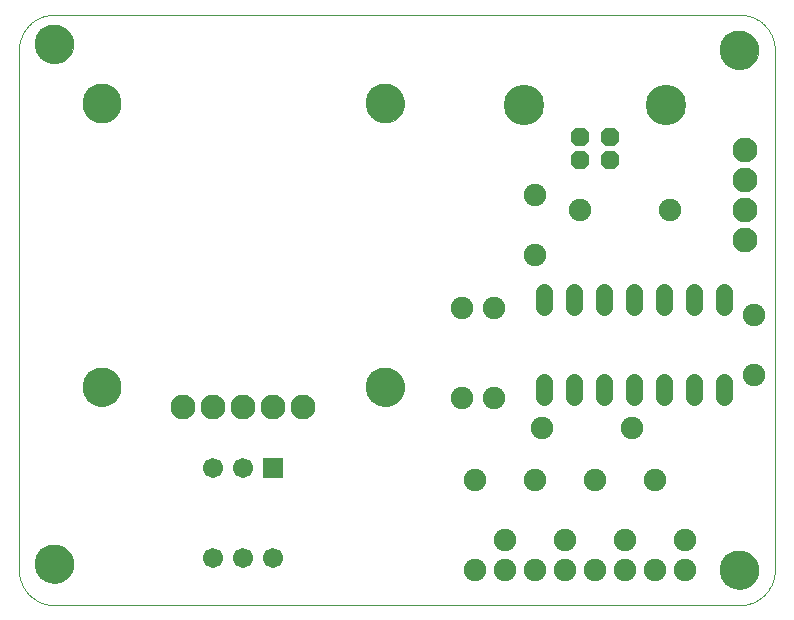
<source format=gbs>
G75*
%MOIN*%
%OFA0B0*%
%FSLAX25Y25*%
%IPPOS*%
%LPD*%
%AMOC8*
5,1,8,0,0,1.08239X$1,22.5*
%
%ADD10C,0.00000*%
%ADD11C,0.12998*%
%ADD12C,0.07487*%
%ADD13C,0.05600*%
%ADD14OC8,0.06140*%
%ADD15C,0.13455*%
%ADD16C,0.08274*%
%ADD17R,0.06699X0.06699*%
%ADD18C,0.06699*%
D10*
X0015606Y0017535D02*
X0015606Y0190764D01*
X0015609Y0191049D01*
X0015620Y0191335D01*
X0015637Y0191620D01*
X0015661Y0191904D01*
X0015692Y0192188D01*
X0015730Y0192471D01*
X0015775Y0192752D01*
X0015826Y0193033D01*
X0015884Y0193313D01*
X0015949Y0193591D01*
X0016021Y0193867D01*
X0016099Y0194141D01*
X0016184Y0194414D01*
X0016276Y0194684D01*
X0016374Y0194952D01*
X0016478Y0195218D01*
X0016589Y0195481D01*
X0016706Y0195741D01*
X0016829Y0195999D01*
X0016959Y0196253D01*
X0017095Y0196504D01*
X0017236Y0196752D01*
X0017384Y0196996D01*
X0017537Y0197237D01*
X0017697Y0197473D01*
X0017862Y0197706D01*
X0018032Y0197935D01*
X0018208Y0198160D01*
X0018390Y0198380D01*
X0018576Y0198596D01*
X0018768Y0198807D01*
X0018965Y0199014D01*
X0019167Y0199216D01*
X0019374Y0199413D01*
X0019585Y0199605D01*
X0019801Y0199791D01*
X0020021Y0199973D01*
X0020246Y0200149D01*
X0020475Y0200319D01*
X0020708Y0200484D01*
X0020944Y0200644D01*
X0021185Y0200797D01*
X0021429Y0200945D01*
X0021677Y0201086D01*
X0021928Y0201222D01*
X0022182Y0201352D01*
X0022440Y0201475D01*
X0022700Y0201592D01*
X0022963Y0201703D01*
X0023229Y0201807D01*
X0023497Y0201905D01*
X0023767Y0201997D01*
X0024040Y0202082D01*
X0024314Y0202160D01*
X0024590Y0202232D01*
X0024868Y0202297D01*
X0025148Y0202355D01*
X0025429Y0202406D01*
X0025710Y0202451D01*
X0025993Y0202489D01*
X0026277Y0202520D01*
X0026561Y0202544D01*
X0026846Y0202561D01*
X0027132Y0202572D01*
X0027417Y0202575D01*
X0255764Y0202575D01*
X0249465Y0190764D02*
X0249467Y0190922D01*
X0249473Y0191080D01*
X0249483Y0191238D01*
X0249497Y0191396D01*
X0249515Y0191553D01*
X0249536Y0191710D01*
X0249562Y0191866D01*
X0249592Y0192022D01*
X0249625Y0192177D01*
X0249663Y0192330D01*
X0249704Y0192483D01*
X0249749Y0192635D01*
X0249798Y0192786D01*
X0249851Y0192935D01*
X0249907Y0193083D01*
X0249967Y0193229D01*
X0250031Y0193374D01*
X0250099Y0193517D01*
X0250170Y0193659D01*
X0250244Y0193799D01*
X0250322Y0193936D01*
X0250404Y0194072D01*
X0250488Y0194206D01*
X0250577Y0194337D01*
X0250668Y0194466D01*
X0250763Y0194593D01*
X0250860Y0194718D01*
X0250961Y0194840D01*
X0251065Y0194959D01*
X0251172Y0195076D01*
X0251282Y0195190D01*
X0251395Y0195301D01*
X0251510Y0195410D01*
X0251628Y0195515D01*
X0251749Y0195617D01*
X0251872Y0195717D01*
X0251998Y0195813D01*
X0252126Y0195906D01*
X0252256Y0195996D01*
X0252389Y0196082D01*
X0252524Y0196166D01*
X0252660Y0196245D01*
X0252799Y0196322D01*
X0252940Y0196394D01*
X0253082Y0196464D01*
X0253226Y0196529D01*
X0253372Y0196591D01*
X0253519Y0196649D01*
X0253668Y0196704D01*
X0253818Y0196755D01*
X0253969Y0196802D01*
X0254121Y0196845D01*
X0254274Y0196884D01*
X0254429Y0196920D01*
X0254584Y0196951D01*
X0254740Y0196979D01*
X0254896Y0197003D01*
X0255053Y0197023D01*
X0255211Y0197039D01*
X0255368Y0197051D01*
X0255527Y0197059D01*
X0255685Y0197063D01*
X0255843Y0197063D01*
X0256001Y0197059D01*
X0256160Y0197051D01*
X0256317Y0197039D01*
X0256475Y0197023D01*
X0256632Y0197003D01*
X0256788Y0196979D01*
X0256944Y0196951D01*
X0257099Y0196920D01*
X0257254Y0196884D01*
X0257407Y0196845D01*
X0257559Y0196802D01*
X0257710Y0196755D01*
X0257860Y0196704D01*
X0258009Y0196649D01*
X0258156Y0196591D01*
X0258302Y0196529D01*
X0258446Y0196464D01*
X0258588Y0196394D01*
X0258729Y0196322D01*
X0258868Y0196245D01*
X0259004Y0196166D01*
X0259139Y0196082D01*
X0259272Y0195996D01*
X0259402Y0195906D01*
X0259530Y0195813D01*
X0259656Y0195717D01*
X0259779Y0195617D01*
X0259900Y0195515D01*
X0260018Y0195410D01*
X0260133Y0195301D01*
X0260246Y0195190D01*
X0260356Y0195076D01*
X0260463Y0194959D01*
X0260567Y0194840D01*
X0260668Y0194718D01*
X0260765Y0194593D01*
X0260860Y0194466D01*
X0260951Y0194337D01*
X0261040Y0194206D01*
X0261124Y0194072D01*
X0261206Y0193936D01*
X0261284Y0193799D01*
X0261358Y0193659D01*
X0261429Y0193517D01*
X0261497Y0193374D01*
X0261561Y0193229D01*
X0261621Y0193083D01*
X0261677Y0192935D01*
X0261730Y0192786D01*
X0261779Y0192635D01*
X0261824Y0192483D01*
X0261865Y0192330D01*
X0261903Y0192177D01*
X0261936Y0192022D01*
X0261966Y0191866D01*
X0261992Y0191710D01*
X0262013Y0191553D01*
X0262031Y0191396D01*
X0262045Y0191238D01*
X0262055Y0191080D01*
X0262061Y0190922D01*
X0262063Y0190764D01*
X0262061Y0190606D01*
X0262055Y0190448D01*
X0262045Y0190290D01*
X0262031Y0190132D01*
X0262013Y0189975D01*
X0261992Y0189818D01*
X0261966Y0189662D01*
X0261936Y0189506D01*
X0261903Y0189351D01*
X0261865Y0189198D01*
X0261824Y0189045D01*
X0261779Y0188893D01*
X0261730Y0188742D01*
X0261677Y0188593D01*
X0261621Y0188445D01*
X0261561Y0188299D01*
X0261497Y0188154D01*
X0261429Y0188011D01*
X0261358Y0187869D01*
X0261284Y0187729D01*
X0261206Y0187592D01*
X0261124Y0187456D01*
X0261040Y0187322D01*
X0260951Y0187191D01*
X0260860Y0187062D01*
X0260765Y0186935D01*
X0260668Y0186810D01*
X0260567Y0186688D01*
X0260463Y0186569D01*
X0260356Y0186452D01*
X0260246Y0186338D01*
X0260133Y0186227D01*
X0260018Y0186118D01*
X0259900Y0186013D01*
X0259779Y0185911D01*
X0259656Y0185811D01*
X0259530Y0185715D01*
X0259402Y0185622D01*
X0259272Y0185532D01*
X0259139Y0185446D01*
X0259004Y0185362D01*
X0258868Y0185283D01*
X0258729Y0185206D01*
X0258588Y0185134D01*
X0258446Y0185064D01*
X0258302Y0184999D01*
X0258156Y0184937D01*
X0258009Y0184879D01*
X0257860Y0184824D01*
X0257710Y0184773D01*
X0257559Y0184726D01*
X0257407Y0184683D01*
X0257254Y0184644D01*
X0257099Y0184608D01*
X0256944Y0184577D01*
X0256788Y0184549D01*
X0256632Y0184525D01*
X0256475Y0184505D01*
X0256317Y0184489D01*
X0256160Y0184477D01*
X0256001Y0184469D01*
X0255843Y0184465D01*
X0255685Y0184465D01*
X0255527Y0184469D01*
X0255368Y0184477D01*
X0255211Y0184489D01*
X0255053Y0184505D01*
X0254896Y0184525D01*
X0254740Y0184549D01*
X0254584Y0184577D01*
X0254429Y0184608D01*
X0254274Y0184644D01*
X0254121Y0184683D01*
X0253969Y0184726D01*
X0253818Y0184773D01*
X0253668Y0184824D01*
X0253519Y0184879D01*
X0253372Y0184937D01*
X0253226Y0184999D01*
X0253082Y0185064D01*
X0252940Y0185134D01*
X0252799Y0185206D01*
X0252660Y0185283D01*
X0252524Y0185362D01*
X0252389Y0185446D01*
X0252256Y0185532D01*
X0252126Y0185622D01*
X0251998Y0185715D01*
X0251872Y0185811D01*
X0251749Y0185911D01*
X0251628Y0186013D01*
X0251510Y0186118D01*
X0251395Y0186227D01*
X0251282Y0186338D01*
X0251172Y0186452D01*
X0251065Y0186569D01*
X0250961Y0186688D01*
X0250860Y0186810D01*
X0250763Y0186935D01*
X0250668Y0187062D01*
X0250577Y0187191D01*
X0250488Y0187322D01*
X0250404Y0187456D01*
X0250322Y0187592D01*
X0250244Y0187729D01*
X0250170Y0187869D01*
X0250099Y0188011D01*
X0250031Y0188154D01*
X0249967Y0188299D01*
X0249907Y0188445D01*
X0249851Y0188593D01*
X0249798Y0188742D01*
X0249749Y0188893D01*
X0249704Y0189045D01*
X0249663Y0189198D01*
X0249625Y0189351D01*
X0249592Y0189506D01*
X0249562Y0189662D01*
X0249536Y0189818D01*
X0249515Y0189975D01*
X0249497Y0190132D01*
X0249483Y0190290D01*
X0249473Y0190448D01*
X0249467Y0190606D01*
X0249465Y0190764D01*
X0255764Y0202575D02*
X0256049Y0202572D01*
X0256335Y0202561D01*
X0256620Y0202544D01*
X0256904Y0202520D01*
X0257188Y0202489D01*
X0257471Y0202451D01*
X0257752Y0202406D01*
X0258033Y0202355D01*
X0258313Y0202297D01*
X0258591Y0202232D01*
X0258867Y0202160D01*
X0259141Y0202082D01*
X0259414Y0201997D01*
X0259684Y0201905D01*
X0259952Y0201807D01*
X0260218Y0201703D01*
X0260481Y0201592D01*
X0260741Y0201475D01*
X0260999Y0201352D01*
X0261253Y0201222D01*
X0261504Y0201086D01*
X0261752Y0200945D01*
X0261996Y0200797D01*
X0262237Y0200644D01*
X0262473Y0200484D01*
X0262706Y0200319D01*
X0262935Y0200149D01*
X0263160Y0199973D01*
X0263380Y0199791D01*
X0263596Y0199605D01*
X0263807Y0199413D01*
X0264014Y0199216D01*
X0264216Y0199014D01*
X0264413Y0198807D01*
X0264605Y0198596D01*
X0264791Y0198380D01*
X0264973Y0198160D01*
X0265149Y0197935D01*
X0265319Y0197706D01*
X0265484Y0197473D01*
X0265644Y0197237D01*
X0265797Y0196996D01*
X0265945Y0196752D01*
X0266086Y0196504D01*
X0266222Y0196253D01*
X0266352Y0195999D01*
X0266475Y0195741D01*
X0266592Y0195481D01*
X0266703Y0195218D01*
X0266807Y0194952D01*
X0266905Y0194684D01*
X0266997Y0194414D01*
X0267082Y0194141D01*
X0267160Y0193867D01*
X0267232Y0193591D01*
X0267297Y0193313D01*
X0267355Y0193033D01*
X0267406Y0192752D01*
X0267451Y0192471D01*
X0267489Y0192188D01*
X0267520Y0191904D01*
X0267544Y0191620D01*
X0267561Y0191335D01*
X0267572Y0191049D01*
X0267575Y0190764D01*
X0267575Y0017535D01*
X0249465Y0017535D02*
X0249467Y0017693D01*
X0249473Y0017851D01*
X0249483Y0018009D01*
X0249497Y0018167D01*
X0249515Y0018324D01*
X0249536Y0018481D01*
X0249562Y0018637D01*
X0249592Y0018793D01*
X0249625Y0018948D01*
X0249663Y0019101D01*
X0249704Y0019254D01*
X0249749Y0019406D01*
X0249798Y0019557D01*
X0249851Y0019706D01*
X0249907Y0019854D01*
X0249967Y0020000D01*
X0250031Y0020145D01*
X0250099Y0020288D01*
X0250170Y0020430D01*
X0250244Y0020570D01*
X0250322Y0020707D01*
X0250404Y0020843D01*
X0250488Y0020977D01*
X0250577Y0021108D01*
X0250668Y0021237D01*
X0250763Y0021364D01*
X0250860Y0021489D01*
X0250961Y0021611D01*
X0251065Y0021730D01*
X0251172Y0021847D01*
X0251282Y0021961D01*
X0251395Y0022072D01*
X0251510Y0022181D01*
X0251628Y0022286D01*
X0251749Y0022388D01*
X0251872Y0022488D01*
X0251998Y0022584D01*
X0252126Y0022677D01*
X0252256Y0022767D01*
X0252389Y0022853D01*
X0252524Y0022937D01*
X0252660Y0023016D01*
X0252799Y0023093D01*
X0252940Y0023165D01*
X0253082Y0023235D01*
X0253226Y0023300D01*
X0253372Y0023362D01*
X0253519Y0023420D01*
X0253668Y0023475D01*
X0253818Y0023526D01*
X0253969Y0023573D01*
X0254121Y0023616D01*
X0254274Y0023655D01*
X0254429Y0023691D01*
X0254584Y0023722D01*
X0254740Y0023750D01*
X0254896Y0023774D01*
X0255053Y0023794D01*
X0255211Y0023810D01*
X0255368Y0023822D01*
X0255527Y0023830D01*
X0255685Y0023834D01*
X0255843Y0023834D01*
X0256001Y0023830D01*
X0256160Y0023822D01*
X0256317Y0023810D01*
X0256475Y0023794D01*
X0256632Y0023774D01*
X0256788Y0023750D01*
X0256944Y0023722D01*
X0257099Y0023691D01*
X0257254Y0023655D01*
X0257407Y0023616D01*
X0257559Y0023573D01*
X0257710Y0023526D01*
X0257860Y0023475D01*
X0258009Y0023420D01*
X0258156Y0023362D01*
X0258302Y0023300D01*
X0258446Y0023235D01*
X0258588Y0023165D01*
X0258729Y0023093D01*
X0258868Y0023016D01*
X0259004Y0022937D01*
X0259139Y0022853D01*
X0259272Y0022767D01*
X0259402Y0022677D01*
X0259530Y0022584D01*
X0259656Y0022488D01*
X0259779Y0022388D01*
X0259900Y0022286D01*
X0260018Y0022181D01*
X0260133Y0022072D01*
X0260246Y0021961D01*
X0260356Y0021847D01*
X0260463Y0021730D01*
X0260567Y0021611D01*
X0260668Y0021489D01*
X0260765Y0021364D01*
X0260860Y0021237D01*
X0260951Y0021108D01*
X0261040Y0020977D01*
X0261124Y0020843D01*
X0261206Y0020707D01*
X0261284Y0020570D01*
X0261358Y0020430D01*
X0261429Y0020288D01*
X0261497Y0020145D01*
X0261561Y0020000D01*
X0261621Y0019854D01*
X0261677Y0019706D01*
X0261730Y0019557D01*
X0261779Y0019406D01*
X0261824Y0019254D01*
X0261865Y0019101D01*
X0261903Y0018948D01*
X0261936Y0018793D01*
X0261966Y0018637D01*
X0261992Y0018481D01*
X0262013Y0018324D01*
X0262031Y0018167D01*
X0262045Y0018009D01*
X0262055Y0017851D01*
X0262061Y0017693D01*
X0262063Y0017535D01*
X0262061Y0017377D01*
X0262055Y0017219D01*
X0262045Y0017061D01*
X0262031Y0016903D01*
X0262013Y0016746D01*
X0261992Y0016589D01*
X0261966Y0016433D01*
X0261936Y0016277D01*
X0261903Y0016122D01*
X0261865Y0015969D01*
X0261824Y0015816D01*
X0261779Y0015664D01*
X0261730Y0015513D01*
X0261677Y0015364D01*
X0261621Y0015216D01*
X0261561Y0015070D01*
X0261497Y0014925D01*
X0261429Y0014782D01*
X0261358Y0014640D01*
X0261284Y0014500D01*
X0261206Y0014363D01*
X0261124Y0014227D01*
X0261040Y0014093D01*
X0260951Y0013962D01*
X0260860Y0013833D01*
X0260765Y0013706D01*
X0260668Y0013581D01*
X0260567Y0013459D01*
X0260463Y0013340D01*
X0260356Y0013223D01*
X0260246Y0013109D01*
X0260133Y0012998D01*
X0260018Y0012889D01*
X0259900Y0012784D01*
X0259779Y0012682D01*
X0259656Y0012582D01*
X0259530Y0012486D01*
X0259402Y0012393D01*
X0259272Y0012303D01*
X0259139Y0012217D01*
X0259004Y0012133D01*
X0258868Y0012054D01*
X0258729Y0011977D01*
X0258588Y0011905D01*
X0258446Y0011835D01*
X0258302Y0011770D01*
X0258156Y0011708D01*
X0258009Y0011650D01*
X0257860Y0011595D01*
X0257710Y0011544D01*
X0257559Y0011497D01*
X0257407Y0011454D01*
X0257254Y0011415D01*
X0257099Y0011379D01*
X0256944Y0011348D01*
X0256788Y0011320D01*
X0256632Y0011296D01*
X0256475Y0011276D01*
X0256317Y0011260D01*
X0256160Y0011248D01*
X0256001Y0011240D01*
X0255843Y0011236D01*
X0255685Y0011236D01*
X0255527Y0011240D01*
X0255368Y0011248D01*
X0255211Y0011260D01*
X0255053Y0011276D01*
X0254896Y0011296D01*
X0254740Y0011320D01*
X0254584Y0011348D01*
X0254429Y0011379D01*
X0254274Y0011415D01*
X0254121Y0011454D01*
X0253969Y0011497D01*
X0253818Y0011544D01*
X0253668Y0011595D01*
X0253519Y0011650D01*
X0253372Y0011708D01*
X0253226Y0011770D01*
X0253082Y0011835D01*
X0252940Y0011905D01*
X0252799Y0011977D01*
X0252660Y0012054D01*
X0252524Y0012133D01*
X0252389Y0012217D01*
X0252256Y0012303D01*
X0252126Y0012393D01*
X0251998Y0012486D01*
X0251872Y0012582D01*
X0251749Y0012682D01*
X0251628Y0012784D01*
X0251510Y0012889D01*
X0251395Y0012998D01*
X0251282Y0013109D01*
X0251172Y0013223D01*
X0251065Y0013340D01*
X0250961Y0013459D01*
X0250860Y0013581D01*
X0250763Y0013706D01*
X0250668Y0013833D01*
X0250577Y0013962D01*
X0250488Y0014093D01*
X0250404Y0014227D01*
X0250322Y0014363D01*
X0250244Y0014500D01*
X0250170Y0014640D01*
X0250099Y0014782D01*
X0250031Y0014925D01*
X0249967Y0015070D01*
X0249907Y0015216D01*
X0249851Y0015364D01*
X0249798Y0015513D01*
X0249749Y0015664D01*
X0249704Y0015816D01*
X0249663Y0015969D01*
X0249625Y0016122D01*
X0249592Y0016277D01*
X0249562Y0016433D01*
X0249536Y0016589D01*
X0249515Y0016746D01*
X0249497Y0016903D01*
X0249483Y0017061D01*
X0249473Y0017219D01*
X0249467Y0017377D01*
X0249465Y0017535D01*
X0255764Y0005724D02*
X0256049Y0005727D01*
X0256335Y0005738D01*
X0256620Y0005755D01*
X0256904Y0005779D01*
X0257188Y0005810D01*
X0257471Y0005848D01*
X0257752Y0005893D01*
X0258033Y0005944D01*
X0258313Y0006002D01*
X0258591Y0006067D01*
X0258867Y0006139D01*
X0259141Y0006217D01*
X0259414Y0006302D01*
X0259684Y0006394D01*
X0259952Y0006492D01*
X0260218Y0006596D01*
X0260481Y0006707D01*
X0260741Y0006824D01*
X0260999Y0006947D01*
X0261253Y0007077D01*
X0261504Y0007213D01*
X0261752Y0007354D01*
X0261996Y0007502D01*
X0262237Y0007655D01*
X0262473Y0007815D01*
X0262706Y0007980D01*
X0262935Y0008150D01*
X0263160Y0008326D01*
X0263380Y0008508D01*
X0263596Y0008694D01*
X0263807Y0008886D01*
X0264014Y0009083D01*
X0264216Y0009285D01*
X0264413Y0009492D01*
X0264605Y0009703D01*
X0264791Y0009919D01*
X0264973Y0010139D01*
X0265149Y0010364D01*
X0265319Y0010593D01*
X0265484Y0010826D01*
X0265644Y0011062D01*
X0265797Y0011303D01*
X0265945Y0011547D01*
X0266086Y0011795D01*
X0266222Y0012046D01*
X0266352Y0012300D01*
X0266475Y0012558D01*
X0266592Y0012818D01*
X0266703Y0013081D01*
X0266807Y0013347D01*
X0266905Y0013615D01*
X0266997Y0013885D01*
X0267082Y0014158D01*
X0267160Y0014432D01*
X0267232Y0014708D01*
X0267297Y0014986D01*
X0267355Y0015266D01*
X0267406Y0015547D01*
X0267451Y0015828D01*
X0267489Y0016111D01*
X0267520Y0016395D01*
X0267544Y0016679D01*
X0267561Y0016964D01*
X0267572Y0017250D01*
X0267575Y0017535D01*
X0255764Y0005724D02*
X0027417Y0005724D01*
X0027132Y0005727D01*
X0026846Y0005738D01*
X0026561Y0005755D01*
X0026277Y0005779D01*
X0025993Y0005810D01*
X0025710Y0005848D01*
X0025429Y0005893D01*
X0025148Y0005944D01*
X0024868Y0006002D01*
X0024590Y0006067D01*
X0024314Y0006139D01*
X0024040Y0006217D01*
X0023767Y0006302D01*
X0023497Y0006394D01*
X0023229Y0006492D01*
X0022963Y0006596D01*
X0022700Y0006707D01*
X0022440Y0006824D01*
X0022182Y0006947D01*
X0021928Y0007077D01*
X0021677Y0007213D01*
X0021429Y0007354D01*
X0021185Y0007502D01*
X0020944Y0007655D01*
X0020708Y0007815D01*
X0020475Y0007980D01*
X0020246Y0008150D01*
X0020021Y0008326D01*
X0019801Y0008508D01*
X0019585Y0008694D01*
X0019374Y0008886D01*
X0019167Y0009083D01*
X0018965Y0009285D01*
X0018768Y0009492D01*
X0018576Y0009703D01*
X0018390Y0009919D01*
X0018208Y0010139D01*
X0018032Y0010364D01*
X0017862Y0010593D01*
X0017697Y0010826D01*
X0017537Y0011062D01*
X0017384Y0011303D01*
X0017236Y0011547D01*
X0017095Y0011795D01*
X0016959Y0012046D01*
X0016829Y0012300D01*
X0016706Y0012558D01*
X0016589Y0012818D01*
X0016478Y0013081D01*
X0016374Y0013347D01*
X0016276Y0013615D01*
X0016184Y0013885D01*
X0016099Y0014158D01*
X0016021Y0014432D01*
X0015949Y0014708D01*
X0015884Y0014986D01*
X0015826Y0015266D01*
X0015775Y0015547D01*
X0015730Y0015828D01*
X0015692Y0016111D01*
X0015661Y0016395D01*
X0015637Y0016679D01*
X0015620Y0016964D01*
X0015609Y0017250D01*
X0015606Y0017535D01*
X0021118Y0019535D02*
X0021120Y0019693D01*
X0021126Y0019851D01*
X0021136Y0020009D01*
X0021150Y0020167D01*
X0021168Y0020324D01*
X0021189Y0020481D01*
X0021215Y0020637D01*
X0021245Y0020793D01*
X0021278Y0020948D01*
X0021316Y0021101D01*
X0021357Y0021254D01*
X0021402Y0021406D01*
X0021451Y0021557D01*
X0021504Y0021706D01*
X0021560Y0021854D01*
X0021620Y0022000D01*
X0021684Y0022145D01*
X0021752Y0022288D01*
X0021823Y0022430D01*
X0021897Y0022570D01*
X0021975Y0022707D01*
X0022057Y0022843D01*
X0022141Y0022977D01*
X0022230Y0023108D01*
X0022321Y0023237D01*
X0022416Y0023364D01*
X0022513Y0023489D01*
X0022614Y0023611D01*
X0022718Y0023730D01*
X0022825Y0023847D01*
X0022935Y0023961D01*
X0023048Y0024072D01*
X0023163Y0024181D01*
X0023281Y0024286D01*
X0023402Y0024388D01*
X0023525Y0024488D01*
X0023651Y0024584D01*
X0023779Y0024677D01*
X0023909Y0024767D01*
X0024042Y0024853D01*
X0024177Y0024937D01*
X0024313Y0025016D01*
X0024452Y0025093D01*
X0024593Y0025165D01*
X0024735Y0025235D01*
X0024879Y0025300D01*
X0025025Y0025362D01*
X0025172Y0025420D01*
X0025321Y0025475D01*
X0025471Y0025526D01*
X0025622Y0025573D01*
X0025774Y0025616D01*
X0025927Y0025655D01*
X0026082Y0025691D01*
X0026237Y0025722D01*
X0026393Y0025750D01*
X0026549Y0025774D01*
X0026706Y0025794D01*
X0026864Y0025810D01*
X0027021Y0025822D01*
X0027180Y0025830D01*
X0027338Y0025834D01*
X0027496Y0025834D01*
X0027654Y0025830D01*
X0027813Y0025822D01*
X0027970Y0025810D01*
X0028128Y0025794D01*
X0028285Y0025774D01*
X0028441Y0025750D01*
X0028597Y0025722D01*
X0028752Y0025691D01*
X0028907Y0025655D01*
X0029060Y0025616D01*
X0029212Y0025573D01*
X0029363Y0025526D01*
X0029513Y0025475D01*
X0029662Y0025420D01*
X0029809Y0025362D01*
X0029955Y0025300D01*
X0030099Y0025235D01*
X0030241Y0025165D01*
X0030382Y0025093D01*
X0030521Y0025016D01*
X0030657Y0024937D01*
X0030792Y0024853D01*
X0030925Y0024767D01*
X0031055Y0024677D01*
X0031183Y0024584D01*
X0031309Y0024488D01*
X0031432Y0024388D01*
X0031553Y0024286D01*
X0031671Y0024181D01*
X0031786Y0024072D01*
X0031899Y0023961D01*
X0032009Y0023847D01*
X0032116Y0023730D01*
X0032220Y0023611D01*
X0032321Y0023489D01*
X0032418Y0023364D01*
X0032513Y0023237D01*
X0032604Y0023108D01*
X0032693Y0022977D01*
X0032777Y0022843D01*
X0032859Y0022707D01*
X0032937Y0022570D01*
X0033011Y0022430D01*
X0033082Y0022288D01*
X0033150Y0022145D01*
X0033214Y0022000D01*
X0033274Y0021854D01*
X0033330Y0021706D01*
X0033383Y0021557D01*
X0033432Y0021406D01*
X0033477Y0021254D01*
X0033518Y0021101D01*
X0033556Y0020948D01*
X0033589Y0020793D01*
X0033619Y0020637D01*
X0033645Y0020481D01*
X0033666Y0020324D01*
X0033684Y0020167D01*
X0033698Y0020009D01*
X0033708Y0019851D01*
X0033714Y0019693D01*
X0033716Y0019535D01*
X0033714Y0019377D01*
X0033708Y0019219D01*
X0033698Y0019061D01*
X0033684Y0018903D01*
X0033666Y0018746D01*
X0033645Y0018589D01*
X0033619Y0018433D01*
X0033589Y0018277D01*
X0033556Y0018122D01*
X0033518Y0017969D01*
X0033477Y0017816D01*
X0033432Y0017664D01*
X0033383Y0017513D01*
X0033330Y0017364D01*
X0033274Y0017216D01*
X0033214Y0017070D01*
X0033150Y0016925D01*
X0033082Y0016782D01*
X0033011Y0016640D01*
X0032937Y0016500D01*
X0032859Y0016363D01*
X0032777Y0016227D01*
X0032693Y0016093D01*
X0032604Y0015962D01*
X0032513Y0015833D01*
X0032418Y0015706D01*
X0032321Y0015581D01*
X0032220Y0015459D01*
X0032116Y0015340D01*
X0032009Y0015223D01*
X0031899Y0015109D01*
X0031786Y0014998D01*
X0031671Y0014889D01*
X0031553Y0014784D01*
X0031432Y0014682D01*
X0031309Y0014582D01*
X0031183Y0014486D01*
X0031055Y0014393D01*
X0030925Y0014303D01*
X0030792Y0014217D01*
X0030657Y0014133D01*
X0030521Y0014054D01*
X0030382Y0013977D01*
X0030241Y0013905D01*
X0030099Y0013835D01*
X0029955Y0013770D01*
X0029809Y0013708D01*
X0029662Y0013650D01*
X0029513Y0013595D01*
X0029363Y0013544D01*
X0029212Y0013497D01*
X0029060Y0013454D01*
X0028907Y0013415D01*
X0028752Y0013379D01*
X0028597Y0013348D01*
X0028441Y0013320D01*
X0028285Y0013296D01*
X0028128Y0013276D01*
X0027970Y0013260D01*
X0027813Y0013248D01*
X0027654Y0013240D01*
X0027496Y0013236D01*
X0027338Y0013236D01*
X0027180Y0013240D01*
X0027021Y0013248D01*
X0026864Y0013260D01*
X0026706Y0013276D01*
X0026549Y0013296D01*
X0026393Y0013320D01*
X0026237Y0013348D01*
X0026082Y0013379D01*
X0025927Y0013415D01*
X0025774Y0013454D01*
X0025622Y0013497D01*
X0025471Y0013544D01*
X0025321Y0013595D01*
X0025172Y0013650D01*
X0025025Y0013708D01*
X0024879Y0013770D01*
X0024735Y0013835D01*
X0024593Y0013905D01*
X0024452Y0013977D01*
X0024313Y0014054D01*
X0024177Y0014133D01*
X0024042Y0014217D01*
X0023909Y0014303D01*
X0023779Y0014393D01*
X0023651Y0014486D01*
X0023525Y0014582D01*
X0023402Y0014682D01*
X0023281Y0014784D01*
X0023163Y0014889D01*
X0023048Y0014998D01*
X0022935Y0015109D01*
X0022825Y0015223D01*
X0022718Y0015340D01*
X0022614Y0015459D01*
X0022513Y0015581D01*
X0022416Y0015706D01*
X0022321Y0015833D01*
X0022230Y0015962D01*
X0022141Y0016093D01*
X0022057Y0016227D01*
X0021975Y0016363D01*
X0021897Y0016500D01*
X0021823Y0016640D01*
X0021752Y0016782D01*
X0021684Y0016925D01*
X0021620Y0017070D01*
X0021560Y0017216D01*
X0021504Y0017364D01*
X0021451Y0017513D01*
X0021402Y0017664D01*
X0021357Y0017816D01*
X0021316Y0017969D01*
X0021278Y0018122D01*
X0021245Y0018277D01*
X0021215Y0018433D01*
X0021189Y0018589D01*
X0021168Y0018746D01*
X0021150Y0018903D01*
X0021136Y0019061D01*
X0021126Y0019219D01*
X0021120Y0019377D01*
X0021118Y0019535D01*
X0036866Y0078480D02*
X0036868Y0078638D01*
X0036874Y0078796D01*
X0036884Y0078954D01*
X0036898Y0079112D01*
X0036916Y0079269D01*
X0036937Y0079426D01*
X0036963Y0079582D01*
X0036993Y0079738D01*
X0037026Y0079893D01*
X0037064Y0080046D01*
X0037105Y0080199D01*
X0037150Y0080351D01*
X0037199Y0080502D01*
X0037252Y0080651D01*
X0037308Y0080799D01*
X0037368Y0080945D01*
X0037432Y0081090D01*
X0037500Y0081233D01*
X0037571Y0081375D01*
X0037645Y0081515D01*
X0037723Y0081652D01*
X0037805Y0081788D01*
X0037889Y0081922D01*
X0037978Y0082053D01*
X0038069Y0082182D01*
X0038164Y0082309D01*
X0038261Y0082434D01*
X0038362Y0082556D01*
X0038466Y0082675D01*
X0038573Y0082792D01*
X0038683Y0082906D01*
X0038796Y0083017D01*
X0038911Y0083126D01*
X0039029Y0083231D01*
X0039150Y0083333D01*
X0039273Y0083433D01*
X0039399Y0083529D01*
X0039527Y0083622D01*
X0039657Y0083712D01*
X0039790Y0083798D01*
X0039925Y0083882D01*
X0040061Y0083961D01*
X0040200Y0084038D01*
X0040341Y0084110D01*
X0040483Y0084180D01*
X0040627Y0084245D01*
X0040773Y0084307D01*
X0040920Y0084365D01*
X0041069Y0084420D01*
X0041219Y0084471D01*
X0041370Y0084518D01*
X0041522Y0084561D01*
X0041675Y0084600D01*
X0041830Y0084636D01*
X0041985Y0084667D01*
X0042141Y0084695D01*
X0042297Y0084719D01*
X0042454Y0084739D01*
X0042612Y0084755D01*
X0042769Y0084767D01*
X0042928Y0084775D01*
X0043086Y0084779D01*
X0043244Y0084779D01*
X0043402Y0084775D01*
X0043561Y0084767D01*
X0043718Y0084755D01*
X0043876Y0084739D01*
X0044033Y0084719D01*
X0044189Y0084695D01*
X0044345Y0084667D01*
X0044500Y0084636D01*
X0044655Y0084600D01*
X0044808Y0084561D01*
X0044960Y0084518D01*
X0045111Y0084471D01*
X0045261Y0084420D01*
X0045410Y0084365D01*
X0045557Y0084307D01*
X0045703Y0084245D01*
X0045847Y0084180D01*
X0045989Y0084110D01*
X0046130Y0084038D01*
X0046269Y0083961D01*
X0046405Y0083882D01*
X0046540Y0083798D01*
X0046673Y0083712D01*
X0046803Y0083622D01*
X0046931Y0083529D01*
X0047057Y0083433D01*
X0047180Y0083333D01*
X0047301Y0083231D01*
X0047419Y0083126D01*
X0047534Y0083017D01*
X0047647Y0082906D01*
X0047757Y0082792D01*
X0047864Y0082675D01*
X0047968Y0082556D01*
X0048069Y0082434D01*
X0048166Y0082309D01*
X0048261Y0082182D01*
X0048352Y0082053D01*
X0048441Y0081922D01*
X0048525Y0081788D01*
X0048607Y0081652D01*
X0048685Y0081515D01*
X0048759Y0081375D01*
X0048830Y0081233D01*
X0048898Y0081090D01*
X0048962Y0080945D01*
X0049022Y0080799D01*
X0049078Y0080651D01*
X0049131Y0080502D01*
X0049180Y0080351D01*
X0049225Y0080199D01*
X0049266Y0080046D01*
X0049304Y0079893D01*
X0049337Y0079738D01*
X0049367Y0079582D01*
X0049393Y0079426D01*
X0049414Y0079269D01*
X0049432Y0079112D01*
X0049446Y0078954D01*
X0049456Y0078796D01*
X0049462Y0078638D01*
X0049464Y0078480D01*
X0049462Y0078322D01*
X0049456Y0078164D01*
X0049446Y0078006D01*
X0049432Y0077848D01*
X0049414Y0077691D01*
X0049393Y0077534D01*
X0049367Y0077378D01*
X0049337Y0077222D01*
X0049304Y0077067D01*
X0049266Y0076914D01*
X0049225Y0076761D01*
X0049180Y0076609D01*
X0049131Y0076458D01*
X0049078Y0076309D01*
X0049022Y0076161D01*
X0048962Y0076015D01*
X0048898Y0075870D01*
X0048830Y0075727D01*
X0048759Y0075585D01*
X0048685Y0075445D01*
X0048607Y0075308D01*
X0048525Y0075172D01*
X0048441Y0075038D01*
X0048352Y0074907D01*
X0048261Y0074778D01*
X0048166Y0074651D01*
X0048069Y0074526D01*
X0047968Y0074404D01*
X0047864Y0074285D01*
X0047757Y0074168D01*
X0047647Y0074054D01*
X0047534Y0073943D01*
X0047419Y0073834D01*
X0047301Y0073729D01*
X0047180Y0073627D01*
X0047057Y0073527D01*
X0046931Y0073431D01*
X0046803Y0073338D01*
X0046673Y0073248D01*
X0046540Y0073162D01*
X0046405Y0073078D01*
X0046269Y0072999D01*
X0046130Y0072922D01*
X0045989Y0072850D01*
X0045847Y0072780D01*
X0045703Y0072715D01*
X0045557Y0072653D01*
X0045410Y0072595D01*
X0045261Y0072540D01*
X0045111Y0072489D01*
X0044960Y0072442D01*
X0044808Y0072399D01*
X0044655Y0072360D01*
X0044500Y0072324D01*
X0044345Y0072293D01*
X0044189Y0072265D01*
X0044033Y0072241D01*
X0043876Y0072221D01*
X0043718Y0072205D01*
X0043561Y0072193D01*
X0043402Y0072185D01*
X0043244Y0072181D01*
X0043086Y0072181D01*
X0042928Y0072185D01*
X0042769Y0072193D01*
X0042612Y0072205D01*
X0042454Y0072221D01*
X0042297Y0072241D01*
X0042141Y0072265D01*
X0041985Y0072293D01*
X0041830Y0072324D01*
X0041675Y0072360D01*
X0041522Y0072399D01*
X0041370Y0072442D01*
X0041219Y0072489D01*
X0041069Y0072540D01*
X0040920Y0072595D01*
X0040773Y0072653D01*
X0040627Y0072715D01*
X0040483Y0072780D01*
X0040341Y0072850D01*
X0040200Y0072922D01*
X0040061Y0072999D01*
X0039925Y0073078D01*
X0039790Y0073162D01*
X0039657Y0073248D01*
X0039527Y0073338D01*
X0039399Y0073431D01*
X0039273Y0073527D01*
X0039150Y0073627D01*
X0039029Y0073729D01*
X0038911Y0073834D01*
X0038796Y0073943D01*
X0038683Y0074054D01*
X0038573Y0074168D01*
X0038466Y0074285D01*
X0038362Y0074404D01*
X0038261Y0074526D01*
X0038164Y0074651D01*
X0038069Y0074778D01*
X0037978Y0074907D01*
X0037889Y0075038D01*
X0037805Y0075172D01*
X0037723Y0075308D01*
X0037645Y0075445D01*
X0037571Y0075585D01*
X0037500Y0075727D01*
X0037432Y0075870D01*
X0037368Y0076015D01*
X0037308Y0076161D01*
X0037252Y0076309D01*
X0037199Y0076458D01*
X0037150Y0076609D01*
X0037105Y0076761D01*
X0037064Y0076914D01*
X0037026Y0077067D01*
X0036993Y0077222D01*
X0036963Y0077378D01*
X0036937Y0077534D01*
X0036916Y0077691D01*
X0036898Y0077848D01*
X0036884Y0078006D01*
X0036874Y0078164D01*
X0036868Y0078322D01*
X0036866Y0078480D01*
X0131355Y0078480D02*
X0131357Y0078638D01*
X0131363Y0078796D01*
X0131373Y0078954D01*
X0131387Y0079112D01*
X0131405Y0079269D01*
X0131426Y0079426D01*
X0131452Y0079582D01*
X0131482Y0079738D01*
X0131515Y0079893D01*
X0131553Y0080046D01*
X0131594Y0080199D01*
X0131639Y0080351D01*
X0131688Y0080502D01*
X0131741Y0080651D01*
X0131797Y0080799D01*
X0131857Y0080945D01*
X0131921Y0081090D01*
X0131989Y0081233D01*
X0132060Y0081375D01*
X0132134Y0081515D01*
X0132212Y0081652D01*
X0132294Y0081788D01*
X0132378Y0081922D01*
X0132467Y0082053D01*
X0132558Y0082182D01*
X0132653Y0082309D01*
X0132750Y0082434D01*
X0132851Y0082556D01*
X0132955Y0082675D01*
X0133062Y0082792D01*
X0133172Y0082906D01*
X0133285Y0083017D01*
X0133400Y0083126D01*
X0133518Y0083231D01*
X0133639Y0083333D01*
X0133762Y0083433D01*
X0133888Y0083529D01*
X0134016Y0083622D01*
X0134146Y0083712D01*
X0134279Y0083798D01*
X0134414Y0083882D01*
X0134550Y0083961D01*
X0134689Y0084038D01*
X0134830Y0084110D01*
X0134972Y0084180D01*
X0135116Y0084245D01*
X0135262Y0084307D01*
X0135409Y0084365D01*
X0135558Y0084420D01*
X0135708Y0084471D01*
X0135859Y0084518D01*
X0136011Y0084561D01*
X0136164Y0084600D01*
X0136319Y0084636D01*
X0136474Y0084667D01*
X0136630Y0084695D01*
X0136786Y0084719D01*
X0136943Y0084739D01*
X0137101Y0084755D01*
X0137258Y0084767D01*
X0137417Y0084775D01*
X0137575Y0084779D01*
X0137733Y0084779D01*
X0137891Y0084775D01*
X0138050Y0084767D01*
X0138207Y0084755D01*
X0138365Y0084739D01*
X0138522Y0084719D01*
X0138678Y0084695D01*
X0138834Y0084667D01*
X0138989Y0084636D01*
X0139144Y0084600D01*
X0139297Y0084561D01*
X0139449Y0084518D01*
X0139600Y0084471D01*
X0139750Y0084420D01*
X0139899Y0084365D01*
X0140046Y0084307D01*
X0140192Y0084245D01*
X0140336Y0084180D01*
X0140478Y0084110D01*
X0140619Y0084038D01*
X0140758Y0083961D01*
X0140894Y0083882D01*
X0141029Y0083798D01*
X0141162Y0083712D01*
X0141292Y0083622D01*
X0141420Y0083529D01*
X0141546Y0083433D01*
X0141669Y0083333D01*
X0141790Y0083231D01*
X0141908Y0083126D01*
X0142023Y0083017D01*
X0142136Y0082906D01*
X0142246Y0082792D01*
X0142353Y0082675D01*
X0142457Y0082556D01*
X0142558Y0082434D01*
X0142655Y0082309D01*
X0142750Y0082182D01*
X0142841Y0082053D01*
X0142930Y0081922D01*
X0143014Y0081788D01*
X0143096Y0081652D01*
X0143174Y0081515D01*
X0143248Y0081375D01*
X0143319Y0081233D01*
X0143387Y0081090D01*
X0143451Y0080945D01*
X0143511Y0080799D01*
X0143567Y0080651D01*
X0143620Y0080502D01*
X0143669Y0080351D01*
X0143714Y0080199D01*
X0143755Y0080046D01*
X0143793Y0079893D01*
X0143826Y0079738D01*
X0143856Y0079582D01*
X0143882Y0079426D01*
X0143903Y0079269D01*
X0143921Y0079112D01*
X0143935Y0078954D01*
X0143945Y0078796D01*
X0143951Y0078638D01*
X0143953Y0078480D01*
X0143951Y0078322D01*
X0143945Y0078164D01*
X0143935Y0078006D01*
X0143921Y0077848D01*
X0143903Y0077691D01*
X0143882Y0077534D01*
X0143856Y0077378D01*
X0143826Y0077222D01*
X0143793Y0077067D01*
X0143755Y0076914D01*
X0143714Y0076761D01*
X0143669Y0076609D01*
X0143620Y0076458D01*
X0143567Y0076309D01*
X0143511Y0076161D01*
X0143451Y0076015D01*
X0143387Y0075870D01*
X0143319Y0075727D01*
X0143248Y0075585D01*
X0143174Y0075445D01*
X0143096Y0075308D01*
X0143014Y0075172D01*
X0142930Y0075038D01*
X0142841Y0074907D01*
X0142750Y0074778D01*
X0142655Y0074651D01*
X0142558Y0074526D01*
X0142457Y0074404D01*
X0142353Y0074285D01*
X0142246Y0074168D01*
X0142136Y0074054D01*
X0142023Y0073943D01*
X0141908Y0073834D01*
X0141790Y0073729D01*
X0141669Y0073627D01*
X0141546Y0073527D01*
X0141420Y0073431D01*
X0141292Y0073338D01*
X0141162Y0073248D01*
X0141029Y0073162D01*
X0140894Y0073078D01*
X0140758Y0072999D01*
X0140619Y0072922D01*
X0140478Y0072850D01*
X0140336Y0072780D01*
X0140192Y0072715D01*
X0140046Y0072653D01*
X0139899Y0072595D01*
X0139750Y0072540D01*
X0139600Y0072489D01*
X0139449Y0072442D01*
X0139297Y0072399D01*
X0139144Y0072360D01*
X0138989Y0072324D01*
X0138834Y0072293D01*
X0138678Y0072265D01*
X0138522Y0072241D01*
X0138365Y0072221D01*
X0138207Y0072205D01*
X0138050Y0072193D01*
X0137891Y0072185D01*
X0137733Y0072181D01*
X0137575Y0072181D01*
X0137417Y0072185D01*
X0137258Y0072193D01*
X0137101Y0072205D01*
X0136943Y0072221D01*
X0136786Y0072241D01*
X0136630Y0072265D01*
X0136474Y0072293D01*
X0136319Y0072324D01*
X0136164Y0072360D01*
X0136011Y0072399D01*
X0135859Y0072442D01*
X0135708Y0072489D01*
X0135558Y0072540D01*
X0135409Y0072595D01*
X0135262Y0072653D01*
X0135116Y0072715D01*
X0134972Y0072780D01*
X0134830Y0072850D01*
X0134689Y0072922D01*
X0134550Y0072999D01*
X0134414Y0073078D01*
X0134279Y0073162D01*
X0134146Y0073248D01*
X0134016Y0073338D01*
X0133888Y0073431D01*
X0133762Y0073527D01*
X0133639Y0073627D01*
X0133518Y0073729D01*
X0133400Y0073834D01*
X0133285Y0073943D01*
X0133172Y0074054D01*
X0133062Y0074168D01*
X0132955Y0074285D01*
X0132851Y0074404D01*
X0132750Y0074526D01*
X0132653Y0074651D01*
X0132558Y0074778D01*
X0132467Y0074907D01*
X0132378Y0075038D01*
X0132294Y0075172D01*
X0132212Y0075308D01*
X0132134Y0075445D01*
X0132060Y0075585D01*
X0131989Y0075727D01*
X0131921Y0075870D01*
X0131857Y0076015D01*
X0131797Y0076161D01*
X0131741Y0076309D01*
X0131688Y0076458D01*
X0131639Y0076609D01*
X0131594Y0076761D01*
X0131553Y0076914D01*
X0131515Y0077067D01*
X0131482Y0077222D01*
X0131452Y0077378D01*
X0131426Y0077534D01*
X0131405Y0077691D01*
X0131387Y0077848D01*
X0131373Y0078006D01*
X0131363Y0078164D01*
X0131357Y0078322D01*
X0131355Y0078480D01*
X0131355Y0172969D02*
X0131357Y0173127D01*
X0131363Y0173285D01*
X0131373Y0173443D01*
X0131387Y0173601D01*
X0131405Y0173758D01*
X0131426Y0173915D01*
X0131452Y0174071D01*
X0131482Y0174227D01*
X0131515Y0174382D01*
X0131553Y0174535D01*
X0131594Y0174688D01*
X0131639Y0174840D01*
X0131688Y0174991D01*
X0131741Y0175140D01*
X0131797Y0175288D01*
X0131857Y0175434D01*
X0131921Y0175579D01*
X0131989Y0175722D01*
X0132060Y0175864D01*
X0132134Y0176004D01*
X0132212Y0176141D01*
X0132294Y0176277D01*
X0132378Y0176411D01*
X0132467Y0176542D01*
X0132558Y0176671D01*
X0132653Y0176798D01*
X0132750Y0176923D01*
X0132851Y0177045D01*
X0132955Y0177164D01*
X0133062Y0177281D01*
X0133172Y0177395D01*
X0133285Y0177506D01*
X0133400Y0177615D01*
X0133518Y0177720D01*
X0133639Y0177822D01*
X0133762Y0177922D01*
X0133888Y0178018D01*
X0134016Y0178111D01*
X0134146Y0178201D01*
X0134279Y0178287D01*
X0134414Y0178371D01*
X0134550Y0178450D01*
X0134689Y0178527D01*
X0134830Y0178599D01*
X0134972Y0178669D01*
X0135116Y0178734D01*
X0135262Y0178796D01*
X0135409Y0178854D01*
X0135558Y0178909D01*
X0135708Y0178960D01*
X0135859Y0179007D01*
X0136011Y0179050D01*
X0136164Y0179089D01*
X0136319Y0179125D01*
X0136474Y0179156D01*
X0136630Y0179184D01*
X0136786Y0179208D01*
X0136943Y0179228D01*
X0137101Y0179244D01*
X0137258Y0179256D01*
X0137417Y0179264D01*
X0137575Y0179268D01*
X0137733Y0179268D01*
X0137891Y0179264D01*
X0138050Y0179256D01*
X0138207Y0179244D01*
X0138365Y0179228D01*
X0138522Y0179208D01*
X0138678Y0179184D01*
X0138834Y0179156D01*
X0138989Y0179125D01*
X0139144Y0179089D01*
X0139297Y0179050D01*
X0139449Y0179007D01*
X0139600Y0178960D01*
X0139750Y0178909D01*
X0139899Y0178854D01*
X0140046Y0178796D01*
X0140192Y0178734D01*
X0140336Y0178669D01*
X0140478Y0178599D01*
X0140619Y0178527D01*
X0140758Y0178450D01*
X0140894Y0178371D01*
X0141029Y0178287D01*
X0141162Y0178201D01*
X0141292Y0178111D01*
X0141420Y0178018D01*
X0141546Y0177922D01*
X0141669Y0177822D01*
X0141790Y0177720D01*
X0141908Y0177615D01*
X0142023Y0177506D01*
X0142136Y0177395D01*
X0142246Y0177281D01*
X0142353Y0177164D01*
X0142457Y0177045D01*
X0142558Y0176923D01*
X0142655Y0176798D01*
X0142750Y0176671D01*
X0142841Y0176542D01*
X0142930Y0176411D01*
X0143014Y0176277D01*
X0143096Y0176141D01*
X0143174Y0176004D01*
X0143248Y0175864D01*
X0143319Y0175722D01*
X0143387Y0175579D01*
X0143451Y0175434D01*
X0143511Y0175288D01*
X0143567Y0175140D01*
X0143620Y0174991D01*
X0143669Y0174840D01*
X0143714Y0174688D01*
X0143755Y0174535D01*
X0143793Y0174382D01*
X0143826Y0174227D01*
X0143856Y0174071D01*
X0143882Y0173915D01*
X0143903Y0173758D01*
X0143921Y0173601D01*
X0143935Y0173443D01*
X0143945Y0173285D01*
X0143951Y0173127D01*
X0143953Y0172969D01*
X0143951Y0172811D01*
X0143945Y0172653D01*
X0143935Y0172495D01*
X0143921Y0172337D01*
X0143903Y0172180D01*
X0143882Y0172023D01*
X0143856Y0171867D01*
X0143826Y0171711D01*
X0143793Y0171556D01*
X0143755Y0171403D01*
X0143714Y0171250D01*
X0143669Y0171098D01*
X0143620Y0170947D01*
X0143567Y0170798D01*
X0143511Y0170650D01*
X0143451Y0170504D01*
X0143387Y0170359D01*
X0143319Y0170216D01*
X0143248Y0170074D01*
X0143174Y0169934D01*
X0143096Y0169797D01*
X0143014Y0169661D01*
X0142930Y0169527D01*
X0142841Y0169396D01*
X0142750Y0169267D01*
X0142655Y0169140D01*
X0142558Y0169015D01*
X0142457Y0168893D01*
X0142353Y0168774D01*
X0142246Y0168657D01*
X0142136Y0168543D01*
X0142023Y0168432D01*
X0141908Y0168323D01*
X0141790Y0168218D01*
X0141669Y0168116D01*
X0141546Y0168016D01*
X0141420Y0167920D01*
X0141292Y0167827D01*
X0141162Y0167737D01*
X0141029Y0167651D01*
X0140894Y0167567D01*
X0140758Y0167488D01*
X0140619Y0167411D01*
X0140478Y0167339D01*
X0140336Y0167269D01*
X0140192Y0167204D01*
X0140046Y0167142D01*
X0139899Y0167084D01*
X0139750Y0167029D01*
X0139600Y0166978D01*
X0139449Y0166931D01*
X0139297Y0166888D01*
X0139144Y0166849D01*
X0138989Y0166813D01*
X0138834Y0166782D01*
X0138678Y0166754D01*
X0138522Y0166730D01*
X0138365Y0166710D01*
X0138207Y0166694D01*
X0138050Y0166682D01*
X0137891Y0166674D01*
X0137733Y0166670D01*
X0137575Y0166670D01*
X0137417Y0166674D01*
X0137258Y0166682D01*
X0137101Y0166694D01*
X0136943Y0166710D01*
X0136786Y0166730D01*
X0136630Y0166754D01*
X0136474Y0166782D01*
X0136319Y0166813D01*
X0136164Y0166849D01*
X0136011Y0166888D01*
X0135859Y0166931D01*
X0135708Y0166978D01*
X0135558Y0167029D01*
X0135409Y0167084D01*
X0135262Y0167142D01*
X0135116Y0167204D01*
X0134972Y0167269D01*
X0134830Y0167339D01*
X0134689Y0167411D01*
X0134550Y0167488D01*
X0134414Y0167567D01*
X0134279Y0167651D01*
X0134146Y0167737D01*
X0134016Y0167827D01*
X0133888Y0167920D01*
X0133762Y0168016D01*
X0133639Y0168116D01*
X0133518Y0168218D01*
X0133400Y0168323D01*
X0133285Y0168432D01*
X0133172Y0168543D01*
X0133062Y0168657D01*
X0132955Y0168774D01*
X0132851Y0168893D01*
X0132750Y0169015D01*
X0132653Y0169140D01*
X0132558Y0169267D01*
X0132467Y0169396D01*
X0132378Y0169527D01*
X0132294Y0169661D01*
X0132212Y0169797D01*
X0132134Y0169934D01*
X0132060Y0170074D01*
X0131989Y0170216D01*
X0131921Y0170359D01*
X0131857Y0170504D01*
X0131797Y0170650D01*
X0131741Y0170798D01*
X0131688Y0170947D01*
X0131639Y0171098D01*
X0131594Y0171250D01*
X0131553Y0171403D01*
X0131515Y0171556D01*
X0131482Y0171711D01*
X0131452Y0171867D01*
X0131426Y0172023D01*
X0131405Y0172180D01*
X0131387Y0172337D01*
X0131373Y0172495D01*
X0131363Y0172653D01*
X0131357Y0172811D01*
X0131355Y0172969D01*
X0036866Y0172969D02*
X0036868Y0173127D01*
X0036874Y0173285D01*
X0036884Y0173443D01*
X0036898Y0173601D01*
X0036916Y0173758D01*
X0036937Y0173915D01*
X0036963Y0174071D01*
X0036993Y0174227D01*
X0037026Y0174382D01*
X0037064Y0174535D01*
X0037105Y0174688D01*
X0037150Y0174840D01*
X0037199Y0174991D01*
X0037252Y0175140D01*
X0037308Y0175288D01*
X0037368Y0175434D01*
X0037432Y0175579D01*
X0037500Y0175722D01*
X0037571Y0175864D01*
X0037645Y0176004D01*
X0037723Y0176141D01*
X0037805Y0176277D01*
X0037889Y0176411D01*
X0037978Y0176542D01*
X0038069Y0176671D01*
X0038164Y0176798D01*
X0038261Y0176923D01*
X0038362Y0177045D01*
X0038466Y0177164D01*
X0038573Y0177281D01*
X0038683Y0177395D01*
X0038796Y0177506D01*
X0038911Y0177615D01*
X0039029Y0177720D01*
X0039150Y0177822D01*
X0039273Y0177922D01*
X0039399Y0178018D01*
X0039527Y0178111D01*
X0039657Y0178201D01*
X0039790Y0178287D01*
X0039925Y0178371D01*
X0040061Y0178450D01*
X0040200Y0178527D01*
X0040341Y0178599D01*
X0040483Y0178669D01*
X0040627Y0178734D01*
X0040773Y0178796D01*
X0040920Y0178854D01*
X0041069Y0178909D01*
X0041219Y0178960D01*
X0041370Y0179007D01*
X0041522Y0179050D01*
X0041675Y0179089D01*
X0041830Y0179125D01*
X0041985Y0179156D01*
X0042141Y0179184D01*
X0042297Y0179208D01*
X0042454Y0179228D01*
X0042612Y0179244D01*
X0042769Y0179256D01*
X0042928Y0179264D01*
X0043086Y0179268D01*
X0043244Y0179268D01*
X0043402Y0179264D01*
X0043561Y0179256D01*
X0043718Y0179244D01*
X0043876Y0179228D01*
X0044033Y0179208D01*
X0044189Y0179184D01*
X0044345Y0179156D01*
X0044500Y0179125D01*
X0044655Y0179089D01*
X0044808Y0179050D01*
X0044960Y0179007D01*
X0045111Y0178960D01*
X0045261Y0178909D01*
X0045410Y0178854D01*
X0045557Y0178796D01*
X0045703Y0178734D01*
X0045847Y0178669D01*
X0045989Y0178599D01*
X0046130Y0178527D01*
X0046269Y0178450D01*
X0046405Y0178371D01*
X0046540Y0178287D01*
X0046673Y0178201D01*
X0046803Y0178111D01*
X0046931Y0178018D01*
X0047057Y0177922D01*
X0047180Y0177822D01*
X0047301Y0177720D01*
X0047419Y0177615D01*
X0047534Y0177506D01*
X0047647Y0177395D01*
X0047757Y0177281D01*
X0047864Y0177164D01*
X0047968Y0177045D01*
X0048069Y0176923D01*
X0048166Y0176798D01*
X0048261Y0176671D01*
X0048352Y0176542D01*
X0048441Y0176411D01*
X0048525Y0176277D01*
X0048607Y0176141D01*
X0048685Y0176004D01*
X0048759Y0175864D01*
X0048830Y0175722D01*
X0048898Y0175579D01*
X0048962Y0175434D01*
X0049022Y0175288D01*
X0049078Y0175140D01*
X0049131Y0174991D01*
X0049180Y0174840D01*
X0049225Y0174688D01*
X0049266Y0174535D01*
X0049304Y0174382D01*
X0049337Y0174227D01*
X0049367Y0174071D01*
X0049393Y0173915D01*
X0049414Y0173758D01*
X0049432Y0173601D01*
X0049446Y0173443D01*
X0049456Y0173285D01*
X0049462Y0173127D01*
X0049464Y0172969D01*
X0049462Y0172811D01*
X0049456Y0172653D01*
X0049446Y0172495D01*
X0049432Y0172337D01*
X0049414Y0172180D01*
X0049393Y0172023D01*
X0049367Y0171867D01*
X0049337Y0171711D01*
X0049304Y0171556D01*
X0049266Y0171403D01*
X0049225Y0171250D01*
X0049180Y0171098D01*
X0049131Y0170947D01*
X0049078Y0170798D01*
X0049022Y0170650D01*
X0048962Y0170504D01*
X0048898Y0170359D01*
X0048830Y0170216D01*
X0048759Y0170074D01*
X0048685Y0169934D01*
X0048607Y0169797D01*
X0048525Y0169661D01*
X0048441Y0169527D01*
X0048352Y0169396D01*
X0048261Y0169267D01*
X0048166Y0169140D01*
X0048069Y0169015D01*
X0047968Y0168893D01*
X0047864Y0168774D01*
X0047757Y0168657D01*
X0047647Y0168543D01*
X0047534Y0168432D01*
X0047419Y0168323D01*
X0047301Y0168218D01*
X0047180Y0168116D01*
X0047057Y0168016D01*
X0046931Y0167920D01*
X0046803Y0167827D01*
X0046673Y0167737D01*
X0046540Y0167651D01*
X0046405Y0167567D01*
X0046269Y0167488D01*
X0046130Y0167411D01*
X0045989Y0167339D01*
X0045847Y0167269D01*
X0045703Y0167204D01*
X0045557Y0167142D01*
X0045410Y0167084D01*
X0045261Y0167029D01*
X0045111Y0166978D01*
X0044960Y0166931D01*
X0044808Y0166888D01*
X0044655Y0166849D01*
X0044500Y0166813D01*
X0044345Y0166782D01*
X0044189Y0166754D01*
X0044033Y0166730D01*
X0043876Y0166710D01*
X0043718Y0166694D01*
X0043561Y0166682D01*
X0043402Y0166674D01*
X0043244Y0166670D01*
X0043086Y0166670D01*
X0042928Y0166674D01*
X0042769Y0166682D01*
X0042612Y0166694D01*
X0042454Y0166710D01*
X0042297Y0166730D01*
X0042141Y0166754D01*
X0041985Y0166782D01*
X0041830Y0166813D01*
X0041675Y0166849D01*
X0041522Y0166888D01*
X0041370Y0166931D01*
X0041219Y0166978D01*
X0041069Y0167029D01*
X0040920Y0167084D01*
X0040773Y0167142D01*
X0040627Y0167204D01*
X0040483Y0167269D01*
X0040341Y0167339D01*
X0040200Y0167411D01*
X0040061Y0167488D01*
X0039925Y0167567D01*
X0039790Y0167651D01*
X0039657Y0167737D01*
X0039527Y0167827D01*
X0039399Y0167920D01*
X0039273Y0168016D01*
X0039150Y0168116D01*
X0039029Y0168218D01*
X0038911Y0168323D01*
X0038796Y0168432D01*
X0038683Y0168543D01*
X0038573Y0168657D01*
X0038466Y0168774D01*
X0038362Y0168893D01*
X0038261Y0169015D01*
X0038164Y0169140D01*
X0038069Y0169267D01*
X0037978Y0169396D01*
X0037889Y0169527D01*
X0037805Y0169661D01*
X0037723Y0169797D01*
X0037645Y0169934D01*
X0037571Y0170074D01*
X0037500Y0170216D01*
X0037432Y0170359D01*
X0037368Y0170504D01*
X0037308Y0170650D01*
X0037252Y0170798D01*
X0037199Y0170947D01*
X0037150Y0171098D01*
X0037105Y0171250D01*
X0037064Y0171403D01*
X0037026Y0171556D01*
X0036993Y0171711D01*
X0036963Y0171867D01*
X0036937Y0172023D01*
X0036916Y0172180D01*
X0036898Y0172337D01*
X0036884Y0172495D01*
X0036874Y0172653D01*
X0036868Y0172811D01*
X0036866Y0172969D01*
X0021118Y0192764D02*
X0021120Y0192922D01*
X0021126Y0193080D01*
X0021136Y0193238D01*
X0021150Y0193396D01*
X0021168Y0193553D01*
X0021189Y0193710D01*
X0021215Y0193866D01*
X0021245Y0194022D01*
X0021278Y0194177D01*
X0021316Y0194330D01*
X0021357Y0194483D01*
X0021402Y0194635D01*
X0021451Y0194786D01*
X0021504Y0194935D01*
X0021560Y0195083D01*
X0021620Y0195229D01*
X0021684Y0195374D01*
X0021752Y0195517D01*
X0021823Y0195659D01*
X0021897Y0195799D01*
X0021975Y0195936D01*
X0022057Y0196072D01*
X0022141Y0196206D01*
X0022230Y0196337D01*
X0022321Y0196466D01*
X0022416Y0196593D01*
X0022513Y0196718D01*
X0022614Y0196840D01*
X0022718Y0196959D01*
X0022825Y0197076D01*
X0022935Y0197190D01*
X0023048Y0197301D01*
X0023163Y0197410D01*
X0023281Y0197515D01*
X0023402Y0197617D01*
X0023525Y0197717D01*
X0023651Y0197813D01*
X0023779Y0197906D01*
X0023909Y0197996D01*
X0024042Y0198082D01*
X0024177Y0198166D01*
X0024313Y0198245D01*
X0024452Y0198322D01*
X0024593Y0198394D01*
X0024735Y0198464D01*
X0024879Y0198529D01*
X0025025Y0198591D01*
X0025172Y0198649D01*
X0025321Y0198704D01*
X0025471Y0198755D01*
X0025622Y0198802D01*
X0025774Y0198845D01*
X0025927Y0198884D01*
X0026082Y0198920D01*
X0026237Y0198951D01*
X0026393Y0198979D01*
X0026549Y0199003D01*
X0026706Y0199023D01*
X0026864Y0199039D01*
X0027021Y0199051D01*
X0027180Y0199059D01*
X0027338Y0199063D01*
X0027496Y0199063D01*
X0027654Y0199059D01*
X0027813Y0199051D01*
X0027970Y0199039D01*
X0028128Y0199023D01*
X0028285Y0199003D01*
X0028441Y0198979D01*
X0028597Y0198951D01*
X0028752Y0198920D01*
X0028907Y0198884D01*
X0029060Y0198845D01*
X0029212Y0198802D01*
X0029363Y0198755D01*
X0029513Y0198704D01*
X0029662Y0198649D01*
X0029809Y0198591D01*
X0029955Y0198529D01*
X0030099Y0198464D01*
X0030241Y0198394D01*
X0030382Y0198322D01*
X0030521Y0198245D01*
X0030657Y0198166D01*
X0030792Y0198082D01*
X0030925Y0197996D01*
X0031055Y0197906D01*
X0031183Y0197813D01*
X0031309Y0197717D01*
X0031432Y0197617D01*
X0031553Y0197515D01*
X0031671Y0197410D01*
X0031786Y0197301D01*
X0031899Y0197190D01*
X0032009Y0197076D01*
X0032116Y0196959D01*
X0032220Y0196840D01*
X0032321Y0196718D01*
X0032418Y0196593D01*
X0032513Y0196466D01*
X0032604Y0196337D01*
X0032693Y0196206D01*
X0032777Y0196072D01*
X0032859Y0195936D01*
X0032937Y0195799D01*
X0033011Y0195659D01*
X0033082Y0195517D01*
X0033150Y0195374D01*
X0033214Y0195229D01*
X0033274Y0195083D01*
X0033330Y0194935D01*
X0033383Y0194786D01*
X0033432Y0194635D01*
X0033477Y0194483D01*
X0033518Y0194330D01*
X0033556Y0194177D01*
X0033589Y0194022D01*
X0033619Y0193866D01*
X0033645Y0193710D01*
X0033666Y0193553D01*
X0033684Y0193396D01*
X0033698Y0193238D01*
X0033708Y0193080D01*
X0033714Y0192922D01*
X0033716Y0192764D01*
X0033714Y0192606D01*
X0033708Y0192448D01*
X0033698Y0192290D01*
X0033684Y0192132D01*
X0033666Y0191975D01*
X0033645Y0191818D01*
X0033619Y0191662D01*
X0033589Y0191506D01*
X0033556Y0191351D01*
X0033518Y0191198D01*
X0033477Y0191045D01*
X0033432Y0190893D01*
X0033383Y0190742D01*
X0033330Y0190593D01*
X0033274Y0190445D01*
X0033214Y0190299D01*
X0033150Y0190154D01*
X0033082Y0190011D01*
X0033011Y0189869D01*
X0032937Y0189729D01*
X0032859Y0189592D01*
X0032777Y0189456D01*
X0032693Y0189322D01*
X0032604Y0189191D01*
X0032513Y0189062D01*
X0032418Y0188935D01*
X0032321Y0188810D01*
X0032220Y0188688D01*
X0032116Y0188569D01*
X0032009Y0188452D01*
X0031899Y0188338D01*
X0031786Y0188227D01*
X0031671Y0188118D01*
X0031553Y0188013D01*
X0031432Y0187911D01*
X0031309Y0187811D01*
X0031183Y0187715D01*
X0031055Y0187622D01*
X0030925Y0187532D01*
X0030792Y0187446D01*
X0030657Y0187362D01*
X0030521Y0187283D01*
X0030382Y0187206D01*
X0030241Y0187134D01*
X0030099Y0187064D01*
X0029955Y0186999D01*
X0029809Y0186937D01*
X0029662Y0186879D01*
X0029513Y0186824D01*
X0029363Y0186773D01*
X0029212Y0186726D01*
X0029060Y0186683D01*
X0028907Y0186644D01*
X0028752Y0186608D01*
X0028597Y0186577D01*
X0028441Y0186549D01*
X0028285Y0186525D01*
X0028128Y0186505D01*
X0027970Y0186489D01*
X0027813Y0186477D01*
X0027654Y0186469D01*
X0027496Y0186465D01*
X0027338Y0186465D01*
X0027180Y0186469D01*
X0027021Y0186477D01*
X0026864Y0186489D01*
X0026706Y0186505D01*
X0026549Y0186525D01*
X0026393Y0186549D01*
X0026237Y0186577D01*
X0026082Y0186608D01*
X0025927Y0186644D01*
X0025774Y0186683D01*
X0025622Y0186726D01*
X0025471Y0186773D01*
X0025321Y0186824D01*
X0025172Y0186879D01*
X0025025Y0186937D01*
X0024879Y0186999D01*
X0024735Y0187064D01*
X0024593Y0187134D01*
X0024452Y0187206D01*
X0024313Y0187283D01*
X0024177Y0187362D01*
X0024042Y0187446D01*
X0023909Y0187532D01*
X0023779Y0187622D01*
X0023651Y0187715D01*
X0023525Y0187811D01*
X0023402Y0187911D01*
X0023281Y0188013D01*
X0023163Y0188118D01*
X0023048Y0188227D01*
X0022935Y0188338D01*
X0022825Y0188452D01*
X0022718Y0188569D01*
X0022614Y0188688D01*
X0022513Y0188810D01*
X0022416Y0188935D01*
X0022321Y0189062D01*
X0022230Y0189191D01*
X0022141Y0189322D01*
X0022057Y0189456D01*
X0021975Y0189592D01*
X0021897Y0189729D01*
X0021823Y0189869D01*
X0021752Y0190011D01*
X0021684Y0190154D01*
X0021620Y0190299D01*
X0021560Y0190445D01*
X0021504Y0190593D01*
X0021451Y0190742D01*
X0021402Y0190893D01*
X0021357Y0191045D01*
X0021316Y0191198D01*
X0021278Y0191351D01*
X0021245Y0191506D01*
X0021215Y0191662D01*
X0021189Y0191818D01*
X0021168Y0191975D01*
X0021150Y0192132D01*
X0021136Y0192290D01*
X0021126Y0192448D01*
X0021120Y0192606D01*
X0021118Y0192764D01*
D11*
X0027417Y0192764D03*
X0043165Y0172969D03*
X0137654Y0172969D03*
X0255764Y0190764D03*
X0137654Y0078480D03*
X0043165Y0078480D03*
X0027417Y0019535D03*
X0255764Y0017535D03*
D12*
X0237575Y0017575D03*
X0237575Y0027575D03*
X0227575Y0017575D03*
X0217575Y0017575D03*
X0217575Y0027575D03*
X0207575Y0017575D03*
X0197575Y0017575D03*
X0187575Y0017575D03*
X0177575Y0017575D03*
X0177575Y0027575D03*
X0167575Y0017575D03*
X0197575Y0027575D03*
X0207575Y0047575D03*
X0227575Y0047575D03*
X0219937Y0064937D03*
X0189937Y0064937D03*
X0174012Y0074937D03*
X0163224Y0074937D03*
X0167575Y0047575D03*
X0187575Y0047575D03*
X0260724Y0082575D03*
X0260724Y0102575D03*
X0232575Y0137575D03*
X0202575Y0137575D03*
X0187575Y0142575D03*
X0187575Y0122575D03*
X0174012Y0104937D03*
X0163224Y0104937D03*
D13*
X0190724Y0104975D02*
X0190724Y0110175D01*
X0200724Y0110175D02*
X0200724Y0104975D01*
X0210724Y0104975D02*
X0210724Y0110175D01*
X0220724Y0110175D02*
X0220724Y0104975D01*
X0230724Y0104975D02*
X0230724Y0110175D01*
X0240724Y0110175D02*
X0240724Y0104975D01*
X0250724Y0104975D02*
X0250724Y0110175D01*
X0250724Y0080175D02*
X0250724Y0074975D01*
X0240724Y0074975D02*
X0240724Y0080175D01*
X0230724Y0080175D02*
X0230724Y0074975D01*
X0220724Y0074975D02*
X0220724Y0080175D01*
X0210724Y0080175D02*
X0210724Y0074975D01*
X0200724Y0074975D02*
X0200724Y0080175D01*
X0190724Y0080175D02*
X0190724Y0074975D01*
D14*
X0202654Y0154031D03*
X0202654Y0161906D03*
X0212496Y0161906D03*
X0212496Y0154031D03*
D15*
X0231276Y0172575D03*
X0183874Y0172575D03*
D16*
X0257575Y0157575D03*
X0257575Y0147575D03*
X0257575Y0137575D03*
X0257575Y0127575D03*
X0110409Y0071669D03*
X0100409Y0071669D03*
X0090409Y0071669D03*
X0080409Y0071669D03*
X0070409Y0071669D03*
D17*
X0100409Y0051354D03*
D18*
X0090409Y0051354D03*
X0080409Y0051354D03*
X0080409Y0021354D03*
X0090409Y0021354D03*
X0100409Y0021354D03*
M02*

</source>
